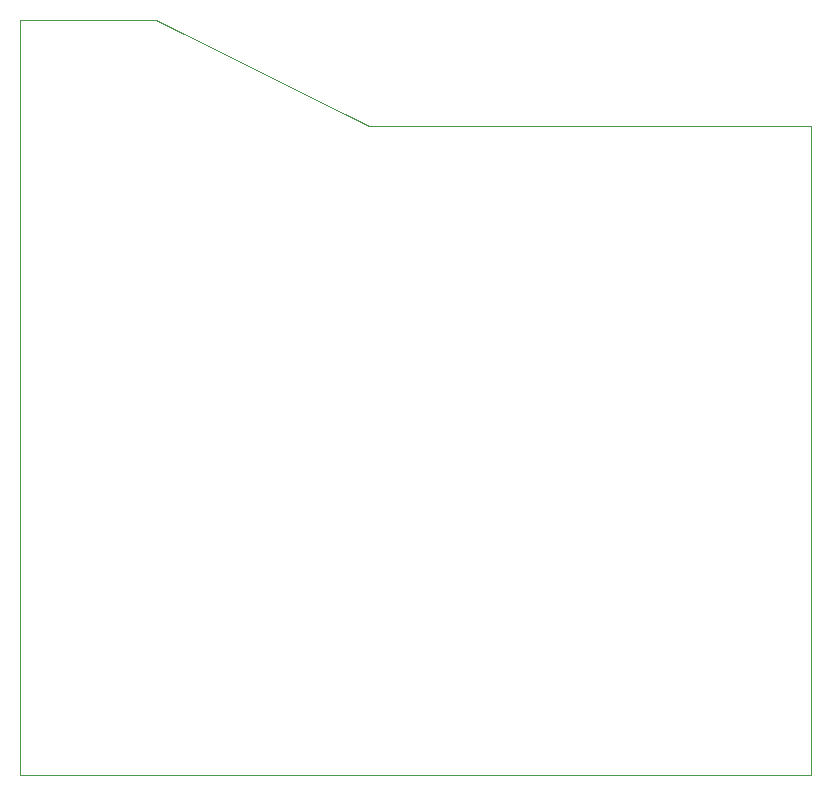
<source format=gm1>
G04 #@! TF.GenerationSoftware,KiCad,Pcbnew,8.0.9*
G04 #@! TF.CreationDate,2025-05-10T12:34:34+01:00*
G04 #@! TF.ProjectId,megaflash,6d656761-666c-4617-9368-2e6b69636164,rev?*
G04 #@! TF.SameCoordinates,Original*
G04 #@! TF.FileFunction,Profile,NP*
%FSLAX46Y46*%
G04 Gerber Fmt 4.6, Leading zero omitted, Abs format (unit mm)*
G04 Created by KiCad (PCBNEW 8.0.9) date 2025-05-10 12:34:34*
%MOMM*%
%LPD*%
G01*
G04 APERTURE LIST*
G04 #@! TA.AperFunction,Profile*
%ADD10C,0.100000*%
G04 #@! TD*
G04 APERTURE END LIST*
D10*
X67500000Y-114000000D02*
X134400000Y-114000000D01*
X97000000Y-59000000D02*
X79000000Y-50000000D01*
X67500000Y-50000000D02*
X79000000Y-50000000D01*
X134400000Y-59000000D02*
X97000000Y-59000000D01*
X67500000Y-50000000D02*
X67500000Y-114000000D01*
X134400000Y-114000000D02*
X134400000Y-59000000D01*
M02*

</source>
